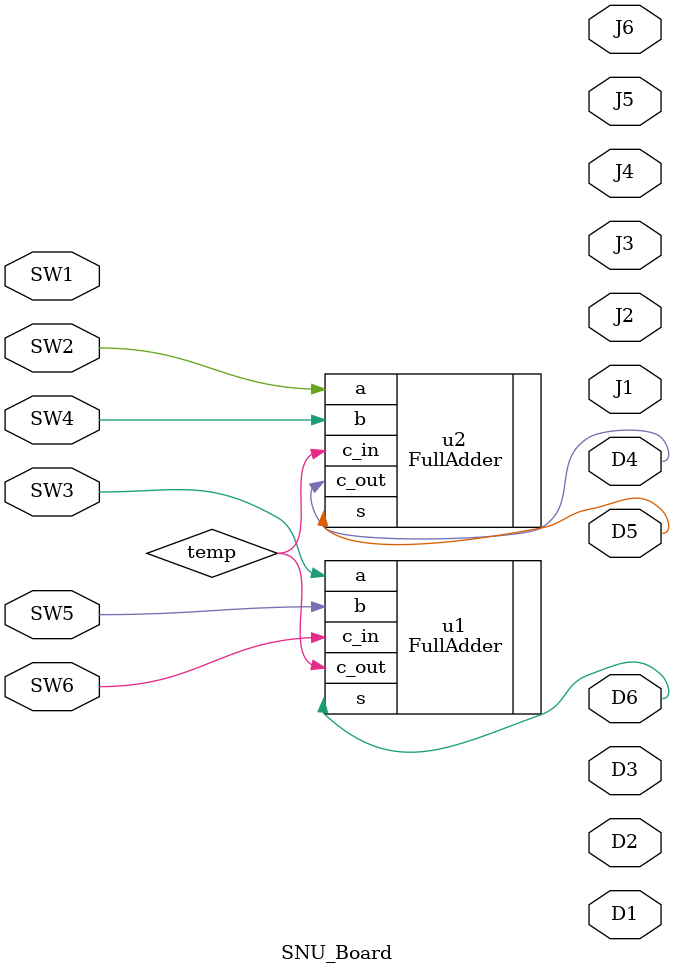
<source format=v>
`timescale 1ns / 1ps
`define X_SIZE 2048
`define Y_SIZE 2048
`define HIGH 255
`define LOW 0
`define LEVEL 256
module SNU_Board(
	 //Tactile Switch
    input SW1, 
    input SW2,
    input SW3,
    input SW4,
    input SW5,
    input SW6,
	 //7 Segment Display
    output [6:0] J1,
    output [6:0] J2,
    output [6:0] J3,
    output [6:0] J4,
    output [6:0] J5,
    output [6:0] J6,
	 //LEDs
    output D1, //RED
    output D2, //YELLOW
    output D3, //GREEN
    output D4, //RED
    output D5, //YELLOW
    output D6  //GREEN
    );
	 //////////////////////////////////////////////
	 ////////Instantiate your modules here/////////
	 //////////////////////////////////////////////
	 
	 //wire [3:0] switchinput;
	 //assign switchinput = {SW3, SW4, SW5, SW6};
	 
	 //bcd u1(.in(switchinput/10), .out(J5));
	 //bcd u2(.in(switchinput%10), .out(J6));

	 wire temp;
	 FullAdder u1(.a(SW3), .b(SW5), .c_in(SW6), .s(D6), .c_out(temp));
	 FullAdder u2(.a(SW2), .b(SW4), .c_in(temp), .s(D5), .c_out(D4));
	 
	 //////////////////////////////////////////////
	 //////////////////////////////////////////////
	 //////////////////////////////////////////////
endmodule

</source>
